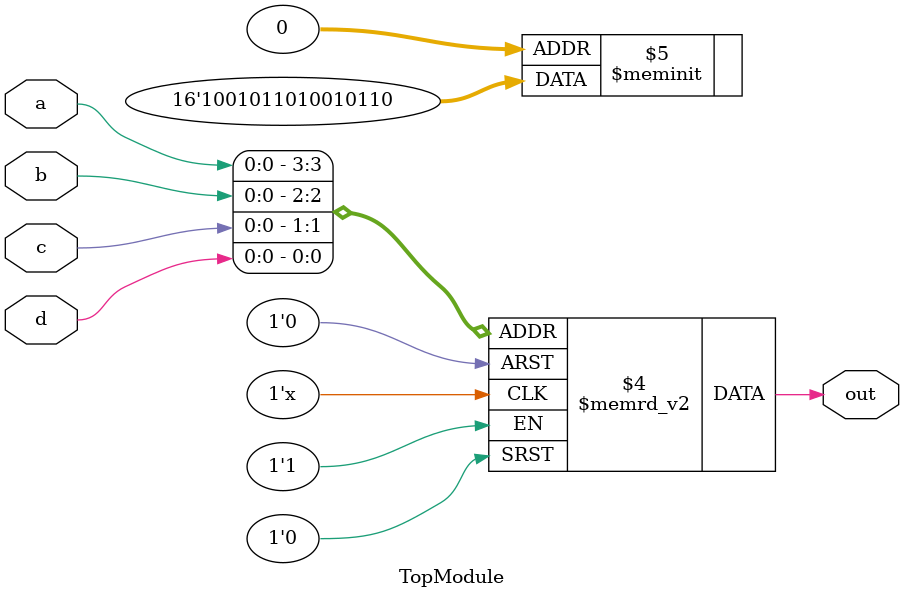
<source format=sv>
module TopModule (
  input a,
  input b,
  input c,
  input d,
  output reg out
);
    always @(*) begin
        case ({a, b, c, d})
            4'b0001, 4'b0010, 4'b0100, 4'b0111, 4'b1001, 4'b1010, 4'b1100, 4'b1111:
                out = 1;
            default:
                out = 0;
        endcase
    end
endmodule

/*
Misinterpretation of Multimodal Data: KMAP
*/

/*
The testbench simulated, but had errors. Please fix the module. The output of iverilog is as follows:
VCD info: dumpfile wave.vcd opened for output.
./Execute_environment/testbench.sv:38: $finish called at 1161 (1ps)
Hint: Output 'out' has 117 mismatches. First mismatch occurred at time 90.
Hint: Total mismatched samples is 117 out of 232 samples

Simulation finished at 1161 ps
Mismatches: 117 in 232 samples
*/
</source>
